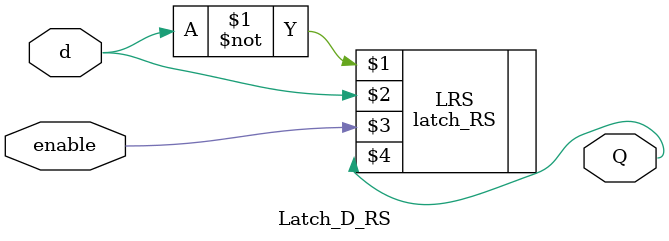
<source format=v>
module Latch_D_RS(d,enable,Q);
	
	input d,enable;
	output Q;
	
	latch_RS LRS(~d, d, enable, Q);
	
endmodule 
</source>
